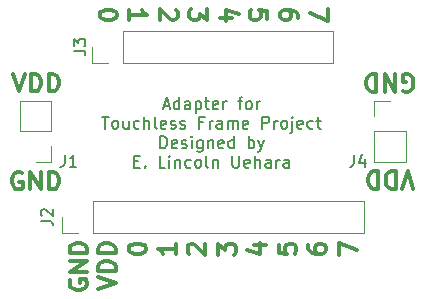
<source format=gbr>
%TF.GenerationSoftware,KiCad,Pcbnew,5.1.6-c6e7f7d~87~ubuntu18.04.1*%
%TF.CreationDate,2020-08-12T00:36:41-03:00*%
%TF.ProjectId,tfAdapter_V1,74664164-6170-4746-9572-5f56312e6b69,rev?*%
%TF.SameCoordinates,Original*%
%TF.FileFunction,Legend,Top*%
%TF.FilePolarity,Positive*%
%FSLAX46Y46*%
G04 Gerber Fmt 4.6, Leading zero omitted, Abs format (unit mm)*
G04 Created by KiCad (PCBNEW 5.1.6-c6e7f7d~87~ubuntu18.04.1) date 2020-08-12 00:36:41*
%MOMM*%
%LPD*%
G01*
G04 APERTURE LIST*
%ADD10C,0.150000*%
%ADD11C,0.300000*%
%ADD12C,0.120000*%
G04 APERTURE END LIST*
D10*
X148852380Y-96791666D02*
X149328571Y-96791666D01*
X148757142Y-97077380D02*
X149090476Y-96077380D01*
X149423809Y-97077380D01*
X150185714Y-97077380D02*
X150185714Y-96077380D01*
X150185714Y-97029761D02*
X150090476Y-97077380D01*
X149900000Y-97077380D01*
X149804761Y-97029761D01*
X149757142Y-96982142D01*
X149709523Y-96886904D01*
X149709523Y-96601190D01*
X149757142Y-96505952D01*
X149804761Y-96458333D01*
X149900000Y-96410714D01*
X150090476Y-96410714D01*
X150185714Y-96458333D01*
X151090476Y-97077380D02*
X151090476Y-96553571D01*
X151042857Y-96458333D01*
X150947619Y-96410714D01*
X150757142Y-96410714D01*
X150661904Y-96458333D01*
X151090476Y-97029761D02*
X150995238Y-97077380D01*
X150757142Y-97077380D01*
X150661904Y-97029761D01*
X150614285Y-96934523D01*
X150614285Y-96839285D01*
X150661904Y-96744047D01*
X150757142Y-96696428D01*
X150995238Y-96696428D01*
X151090476Y-96648809D01*
X151566666Y-96410714D02*
X151566666Y-97410714D01*
X151566666Y-96458333D02*
X151661904Y-96410714D01*
X151852380Y-96410714D01*
X151947619Y-96458333D01*
X151995238Y-96505952D01*
X152042857Y-96601190D01*
X152042857Y-96886904D01*
X151995238Y-96982142D01*
X151947619Y-97029761D01*
X151852380Y-97077380D01*
X151661904Y-97077380D01*
X151566666Y-97029761D01*
X152328571Y-96410714D02*
X152709523Y-96410714D01*
X152471428Y-96077380D02*
X152471428Y-96934523D01*
X152519047Y-97029761D01*
X152614285Y-97077380D01*
X152709523Y-97077380D01*
X153423809Y-97029761D02*
X153328571Y-97077380D01*
X153138095Y-97077380D01*
X153042857Y-97029761D01*
X152995238Y-96934523D01*
X152995238Y-96553571D01*
X153042857Y-96458333D01*
X153138095Y-96410714D01*
X153328571Y-96410714D01*
X153423809Y-96458333D01*
X153471428Y-96553571D01*
X153471428Y-96648809D01*
X152995238Y-96744047D01*
X153900000Y-97077380D02*
X153900000Y-96410714D01*
X153900000Y-96601190D02*
X153947619Y-96505952D01*
X153995238Y-96458333D01*
X154090476Y-96410714D01*
X154185714Y-96410714D01*
X155138095Y-96410714D02*
X155519047Y-96410714D01*
X155280952Y-97077380D02*
X155280952Y-96220238D01*
X155328571Y-96125000D01*
X155423809Y-96077380D01*
X155519047Y-96077380D01*
X155995238Y-97077380D02*
X155900000Y-97029761D01*
X155852380Y-96982142D01*
X155804761Y-96886904D01*
X155804761Y-96601190D01*
X155852380Y-96505952D01*
X155900000Y-96458333D01*
X155995238Y-96410714D01*
X156138095Y-96410714D01*
X156233333Y-96458333D01*
X156280952Y-96505952D01*
X156328571Y-96601190D01*
X156328571Y-96886904D01*
X156280952Y-96982142D01*
X156233333Y-97029761D01*
X156138095Y-97077380D01*
X155995238Y-97077380D01*
X156757142Y-97077380D02*
X156757142Y-96410714D01*
X156757142Y-96601190D02*
X156804761Y-96505952D01*
X156852380Y-96458333D01*
X156947619Y-96410714D01*
X157042857Y-96410714D01*
X143638095Y-97727380D02*
X144209523Y-97727380D01*
X143923809Y-98727380D02*
X143923809Y-97727380D01*
X144685714Y-98727380D02*
X144590476Y-98679761D01*
X144542857Y-98632142D01*
X144495238Y-98536904D01*
X144495238Y-98251190D01*
X144542857Y-98155952D01*
X144590476Y-98108333D01*
X144685714Y-98060714D01*
X144828571Y-98060714D01*
X144923809Y-98108333D01*
X144971428Y-98155952D01*
X145019047Y-98251190D01*
X145019047Y-98536904D01*
X144971428Y-98632142D01*
X144923809Y-98679761D01*
X144828571Y-98727380D01*
X144685714Y-98727380D01*
X145876190Y-98060714D02*
X145876190Y-98727380D01*
X145447619Y-98060714D02*
X145447619Y-98584523D01*
X145495238Y-98679761D01*
X145590476Y-98727380D01*
X145733333Y-98727380D01*
X145828571Y-98679761D01*
X145876190Y-98632142D01*
X146780952Y-98679761D02*
X146685714Y-98727380D01*
X146495238Y-98727380D01*
X146400000Y-98679761D01*
X146352380Y-98632142D01*
X146304761Y-98536904D01*
X146304761Y-98251190D01*
X146352380Y-98155952D01*
X146400000Y-98108333D01*
X146495238Y-98060714D01*
X146685714Y-98060714D01*
X146780952Y-98108333D01*
X147209523Y-98727380D02*
X147209523Y-97727380D01*
X147638095Y-98727380D02*
X147638095Y-98203571D01*
X147590476Y-98108333D01*
X147495238Y-98060714D01*
X147352380Y-98060714D01*
X147257142Y-98108333D01*
X147209523Y-98155952D01*
X148257142Y-98727380D02*
X148161904Y-98679761D01*
X148114285Y-98584523D01*
X148114285Y-97727380D01*
X149019047Y-98679761D02*
X148923809Y-98727380D01*
X148733333Y-98727380D01*
X148638095Y-98679761D01*
X148590476Y-98584523D01*
X148590476Y-98203571D01*
X148638095Y-98108333D01*
X148733333Y-98060714D01*
X148923809Y-98060714D01*
X149019047Y-98108333D01*
X149066666Y-98203571D01*
X149066666Y-98298809D01*
X148590476Y-98394047D01*
X149447619Y-98679761D02*
X149542857Y-98727380D01*
X149733333Y-98727380D01*
X149828571Y-98679761D01*
X149876190Y-98584523D01*
X149876190Y-98536904D01*
X149828571Y-98441666D01*
X149733333Y-98394047D01*
X149590476Y-98394047D01*
X149495238Y-98346428D01*
X149447619Y-98251190D01*
X149447619Y-98203571D01*
X149495238Y-98108333D01*
X149590476Y-98060714D01*
X149733333Y-98060714D01*
X149828571Y-98108333D01*
X150257142Y-98679761D02*
X150352380Y-98727380D01*
X150542857Y-98727380D01*
X150638095Y-98679761D01*
X150685714Y-98584523D01*
X150685714Y-98536904D01*
X150638095Y-98441666D01*
X150542857Y-98394047D01*
X150400000Y-98394047D01*
X150304761Y-98346428D01*
X150257142Y-98251190D01*
X150257142Y-98203571D01*
X150304761Y-98108333D01*
X150400000Y-98060714D01*
X150542857Y-98060714D01*
X150638095Y-98108333D01*
X152209523Y-98203571D02*
X151876190Y-98203571D01*
X151876190Y-98727380D02*
X151876190Y-97727380D01*
X152352380Y-97727380D01*
X152733333Y-98727380D02*
X152733333Y-98060714D01*
X152733333Y-98251190D02*
X152780952Y-98155952D01*
X152828571Y-98108333D01*
X152923809Y-98060714D01*
X153019047Y-98060714D01*
X153780952Y-98727380D02*
X153780952Y-98203571D01*
X153733333Y-98108333D01*
X153638095Y-98060714D01*
X153447619Y-98060714D01*
X153352380Y-98108333D01*
X153780952Y-98679761D02*
X153685714Y-98727380D01*
X153447619Y-98727380D01*
X153352380Y-98679761D01*
X153304761Y-98584523D01*
X153304761Y-98489285D01*
X153352380Y-98394047D01*
X153447619Y-98346428D01*
X153685714Y-98346428D01*
X153780952Y-98298809D01*
X154257142Y-98727380D02*
X154257142Y-98060714D01*
X154257142Y-98155952D02*
X154304761Y-98108333D01*
X154400000Y-98060714D01*
X154542857Y-98060714D01*
X154638095Y-98108333D01*
X154685714Y-98203571D01*
X154685714Y-98727380D01*
X154685714Y-98203571D02*
X154733333Y-98108333D01*
X154828571Y-98060714D01*
X154971428Y-98060714D01*
X155066666Y-98108333D01*
X155114285Y-98203571D01*
X155114285Y-98727380D01*
X155971428Y-98679761D02*
X155876190Y-98727380D01*
X155685714Y-98727380D01*
X155590476Y-98679761D01*
X155542857Y-98584523D01*
X155542857Y-98203571D01*
X155590476Y-98108333D01*
X155685714Y-98060714D01*
X155876190Y-98060714D01*
X155971428Y-98108333D01*
X156019047Y-98203571D01*
X156019047Y-98298809D01*
X155542857Y-98394047D01*
X157209523Y-98727380D02*
X157209523Y-97727380D01*
X157590476Y-97727380D01*
X157685714Y-97775000D01*
X157733333Y-97822619D01*
X157780952Y-97917857D01*
X157780952Y-98060714D01*
X157733333Y-98155952D01*
X157685714Y-98203571D01*
X157590476Y-98251190D01*
X157209523Y-98251190D01*
X158209523Y-98727380D02*
X158209523Y-98060714D01*
X158209523Y-98251190D02*
X158257142Y-98155952D01*
X158304761Y-98108333D01*
X158400000Y-98060714D01*
X158495238Y-98060714D01*
X158971428Y-98727380D02*
X158876190Y-98679761D01*
X158828571Y-98632142D01*
X158780952Y-98536904D01*
X158780952Y-98251190D01*
X158828571Y-98155952D01*
X158876190Y-98108333D01*
X158971428Y-98060714D01*
X159114285Y-98060714D01*
X159209523Y-98108333D01*
X159257142Y-98155952D01*
X159304761Y-98251190D01*
X159304761Y-98536904D01*
X159257142Y-98632142D01*
X159209523Y-98679761D01*
X159114285Y-98727380D01*
X158971428Y-98727380D01*
X159733333Y-98060714D02*
X159733333Y-98917857D01*
X159685714Y-99013095D01*
X159590476Y-99060714D01*
X159542857Y-99060714D01*
X159733333Y-97727380D02*
X159685714Y-97775000D01*
X159733333Y-97822619D01*
X159780952Y-97775000D01*
X159733333Y-97727380D01*
X159733333Y-97822619D01*
X160590476Y-98679761D02*
X160495238Y-98727380D01*
X160304761Y-98727380D01*
X160209523Y-98679761D01*
X160161904Y-98584523D01*
X160161904Y-98203571D01*
X160209523Y-98108333D01*
X160304761Y-98060714D01*
X160495238Y-98060714D01*
X160590476Y-98108333D01*
X160638095Y-98203571D01*
X160638095Y-98298809D01*
X160161904Y-98394047D01*
X161495238Y-98679761D02*
X161400000Y-98727380D01*
X161209523Y-98727380D01*
X161114285Y-98679761D01*
X161066666Y-98632142D01*
X161019047Y-98536904D01*
X161019047Y-98251190D01*
X161066666Y-98155952D01*
X161114285Y-98108333D01*
X161209523Y-98060714D01*
X161400000Y-98060714D01*
X161495238Y-98108333D01*
X161780952Y-98060714D02*
X162161904Y-98060714D01*
X161923809Y-97727380D02*
X161923809Y-98584523D01*
X161971428Y-98679761D01*
X162066666Y-98727380D01*
X162161904Y-98727380D01*
X148566666Y-100377380D02*
X148566666Y-99377380D01*
X148804761Y-99377380D01*
X148947619Y-99425000D01*
X149042857Y-99520238D01*
X149090476Y-99615476D01*
X149138095Y-99805952D01*
X149138095Y-99948809D01*
X149090476Y-100139285D01*
X149042857Y-100234523D01*
X148947619Y-100329761D01*
X148804761Y-100377380D01*
X148566666Y-100377380D01*
X149947619Y-100329761D02*
X149852380Y-100377380D01*
X149661904Y-100377380D01*
X149566666Y-100329761D01*
X149519047Y-100234523D01*
X149519047Y-99853571D01*
X149566666Y-99758333D01*
X149661904Y-99710714D01*
X149852380Y-99710714D01*
X149947619Y-99758333D01*
X149995238Y-99853571D01*
X149995238Y-99948809D01*
X149519047Y-100044047D01*
X150376190Y-100329761D02*
X150471428Y-100377380D01*
X150661904Y-100377380D01*
X150757142Y-100329761D01*
X150804761Y-100234523D01*
X150804761Y-100186904D01*
X150757142Y-100091666D01*
X150661904Y-100044047D01*
X150519047Y-100044047D01*
X150423809Y-99996428D01*
X150376190Y-99901190D01*
X150376190Y-99853571D01*
X150423809Y-99758333D01*
X150519047Y-99710714D01*
X150661904Y-99710714D01*
X150757142Y-99758333D01*
X151233333Y-100377380D02*
X151233333Y-99710714D01*
X151233333Y-99377380D02*
X151185714Y-99425000D01*
X151233333Y-99472619D01*
X151280952Y-99425000D01*
X151233333Y-99377380D01*
X151233333Y-99472619D01*
X152138095Y-99710714D02*
X152138095Y-100520238D01*
X152090476Y-100615476D01*
X152042857Y-100663095D01*
X151947619Y-100710714D01*
X151804761Y-100710714D01*
X151709523Y-100663095D01*
X152138095Y-100329761D02*
X152042857Y-100377380D01*
X151852380Y-100377380D01*
X151757142Y-100329761D01*
X151709523Y-100282142D01*
X151661904Y-100186904D01*
X151661904Y-99901190D01*
X151709523Y-99805952D01*
X151757142Y-99758333D01*
X151852380Y-99710714D01*
X152042857Y-99710714D01*
X152138095Y-99758333D01*
X152614285Y-99710714D02*
X152614285Y-100377380D01*
X152614285Y-99805952D02*
X152661904Y-99758333D01*
X152757142Y-99710714D01*
X152900000Y-99710714D01*
X152995238Y-99758333D01*
X153042857Y-99853571D01*
X153042857Y-100377380D01*
X153900000Y-100329761D02*
X153804761Y-100377380D01*
X153614285Y-100377380D01*
X153519047Y-100329761D01*
X153471428Y-100234523D01*
X153471428Y-99853571D01*
X153519047Y-99758333D01*
X153614285Y-99710714D01*
X153804761Y-99710714D01*
X153900000Y-99758333D01*
X153947619Y-99853571D01*
X153947619Y-99948809D01*
X153471428Y-100044047D01*
X154804761Y-100377380D02*
X154804761Y-99377380D01*
X154804761Y-100329761D02*
X154709523Y-100377380D01*
X154519047Y-100377380D01*
X154423809Y-100329761D01*
X154376190Y-100282142D01*
X154328571Y-100186904D01*
X154328571Y-99901190D01*
X154376190Y-99805952D01*
X154423809Y-99758333D01*
X154519047Y-99710714D01*
X154709523Y-99710714D01*
X154804761Y-99758333D01*
X156042857Y-100377380D02*
X156042857Y-99377380D01*
X156042857Y-99758333D02*
X156138095Y-99710714D01*
X156328571Y-99710714D01*
X156423809Y-99758333D01*
X156471428Y-99805952D01*
X156519047Y-99901190D01*
X156519047Y-100186904D01*
X156471428Y-100282142D01*
X156423809Y-100329761D01*
X156328571Y-100377380D01*
X156138095Y-100377380D01*
X156042857Y-100329761D01*
X156852380Y-99710714D02*
X157090476Y-100377380D01*
X157328571Y-99710714D02*
X157090476Y-100377380D01*
X156995238Y-100615476D01*
X156947619Y-100663095D01*
X156852380Y-100710714D01*
X146376190Y-101503571D02*
X146709523Y-101503571D01*
X146852380Y-102027380D02*
X146376190Y-102027380D01*
X146376190Y-101027380D01*
X146852380Y-101027380D01*
X147280952Y-101932142D02*
X147328571Y-101979761D01*
X147280952Y-102027380D01*
X147233333Y-101979761D01*
X147280952Y-101932142D01*
X147280952Y-102027380D01*
X148995238Y-102027380D02*
X148519047Y-102027380D01*
X148519047Y-101027380D01*
X149328571Y-102027380D02*
X149328571Y-101360714D01*
X149328571Y-101027380D02*
X149280952Y-101075000D01*
X149328571Y-101122619D01*
X149376190Y-101075000D01*
X149328571Y-101027380D01*
X149328571Y-101122619D01*
X149804761Y-101360714D02*
X149804761Y-102027380D01*
X149804761Y-101455952D02*
X149852380Y-101408333D01*
X149947619Y-101360714D01*
X150090476Y-101360714D01*
X150185714Y-101408333D01*
X150233333Y-101503571D01*
X150233333Y-102027380D01*
X151138095Y-101979761D02*
X151042857Y-102027380D01*
X150852380Y-102027380D01*
X150757142Y-101979761D01*
X150709523Y-101932142D01*
X150661904Y-101836904D01*
X150661904Y-101551190D01*
X150709523Y-101455952D01*
X150757142Y-101408333D01*
X150852380Y-101360714D01*
X151042857Y-101360714D01*
X151138095Y-101408333D01*
X151709523Y-102027380D02*
X151614285Y-101979761D01*
X151566666Y-101932142D01*
X151519047Y-101836904D01*
X151519047Y-101551190D01*
X151566666Y-101455952D01*
X151614285Y-101408333D01*
X151709523Y-101360714D01*
X151852380Y-101360714D01*
X151947619Y-101408333D01*
X151995238Y-101455952D01*
X152042857Y-101551190D01*
X152042857Y-101836904D01*
X151995238Y-101932142D01*
X151947619Y-101979761D01*
X151852380Y-102027380D01*
X151709523Y-102027380D01*
X152614285Y-102027380D02*
X152519047Y-101979761D01*
X152471428Y-101884523D01*
X152471428Y-101027380D01*
X152995238Y-101360714D02*
X152995238Y-102027380D01*
X152995238Y-101455952D02*
X153042857Y-101408333D01*
X153138095Y-101360714D01*
X153280952Y-101360714D01*
X153376190Y-101408333D01*
X153423809Y-101503571D01*
X153423809Y-102027380D01*
X154661904Y-101027380D02*
X154661904Y-101836904D01*
X154709523Y-101932142D01*
X154757142Y-101979761D01*
X154852380Y-102027380D01*
X155042857Y-102027380D01*
X155138095Y-101979761D01*
X155185714Y-101932142D01*
X155233333Y-101836904D01*
X155233333Y-101027380D01*
X156090476Y-101979761D02*
X155995238Y-102027380D01*
X155804761Y-102027380D01*
X155709523Y-101979761D01*
X155661904Y-101884523D01*
X155661904Y-101503571D01*
X155709523Y-101408333D01*
X155804761Y-101360714D01*
X155995238Y-101360714D01*
X156090476Y-101408333D01*
X156138095Y-101503571D01*
X156138095Y-101598809D01*
X155661904Y-101694047D01*
X156566666Y-102027380D02*
X156566666Y-101027380D01*
X156995238Y-102027380D02*
X156995238Y-101503571D01*
X156947619Y-101408333D01*
X156852380Y-101360714D01*
X156709523Y-101360714D01*
X156614285Y-101408333D01*
X156566666Y-101455952D01*
X157899999Y-102027380D02*
X157899999Y-101503571D01*
X157852380Y-101408333D01*
X157757142Y-101360714D01*
X157566666Y-101360714D01*
X157471428Y-101408333D01*
X157899999Y-101979761D02*
X157804761Y-102027380D01*
X157566666Y-102027380D01*
X157471428Y-101979761D01*
X157423809Y-101884523D01*
X157423809Y-101789285D01*
X157471428Y-101694047D01*
X157566666Y-101646428D01*
X157804761Y-101646428D01*
X157899999Y-101598809D01*
X158376190Y-102027380D02*
X158376190Y-101360714D01*
X158376190Y-101551190D02*
X158423809Y-101455952D01*
X158471428Y-101408333D01*
X158566666Y-101360714D01*
X158661904Y-101360714D01*
X159423809Y-102027380D02*
X159423809Y-101503571D01*
X159376190Y-101408333D01*
X159280952Y-101360714D01*
X159090476Y-101360714D01*
X158995238Y-101408333D01*
X159423809Y-101979761D02*
X159328571Y-102027380D01*
X159090476Y-102027380D01*
X158995238Y-101979761D01*
X158947619Y-101884523D01*
X158947619Y-101789285D01*
X158995238Y-101694047D01*
X159090476Y-101646428D01*
X159328571Y-101646428D01*
X159423809Y-101598809D01*
D11*
X163678571Y-109400000D02*
X163678571Y-108400000D01*
X165178571Y-109042857D01*
X153478571Y-109400000D02*
X153478571Y-108471428D01*
X154050000Y-108971428D01*
X154050000Y-108757142D01*
X154121428Y-108614285D01*
X154192857Y-108542857D01*
X154335714Y-108471428D01*
X154692857Y-108471428D01*
X154835714Y-108542857D01*
X154907142Y-108614285D01*
X154978571Y-108757142D01*
X154978571Y-109185714D01*
X154907142Y-109328571D01*
X154835714Y-109400000D01*
X149878571Y-108471428D02*
X149878571Y-109328571D01*
X149878571Y-108900000D02*
X148378571Y-108900000D01*
X148592857Y-109042857D01*
X148735714Y-109185714D01*
X148807142Y-109328571D01*
X156478571Y-108614285D02*
X157478571Y-108614285D01*
X155907142Y-108971428D02*
X156978571Y-109328571D01*
X156978571Y-108400000D01*
X151021428Y-109328571D02*
X150950000Y-109257142D01*
X150878571Y-109114285D01*
X150878571Y-108757142D01*
X150950000Y-108614285D01*
X151021428Y-108542857D01*
X151164285Y-108471428D01*
X151307142Y-108471428D01*
X151521428Y-108542857D01*
X152378571Y-109400000D01*
X152378571Y-108471428D01*
X158578571Y-108542857D02*
X158578571Y-109257142D01*
X159292857Y-109328571D01*
X159221428Y-109257142D01*
X159150000Y-109114285D01*
X159150000Y-108757142D01*
X159221428Y-108614285D01*
X159292857Y-108542857D01*
X159435714Y-108471428D01*
X159792857Y-108471428D01*
X159935714Y-108542857D01*
X160007142Y-108614285D01*
X160078571Y-108757142D01*
X160078571Y-109114285D01*
X160007142Y-109257142D01*
X159935714Y-109328571D01*
X161078571Y-108614285D02*
X161078571Y-108900000D01*
X161150000Y-109042857D01*
X161221428Y-109114285D01*
X161435714Y-109257142D01*
X161721428Y-109328571D01*
X162292857Y-109328571D01*
X162435714Y-109257142D01*
X162507142Y-109185714D01*
X162578571Y-109042857D01*
X162578571Y-108757142D01*
X162507142Y-108614285D01*
X162435714Y-108542857D01*
X162292857Y-108471428D01*
X161935714Y-108471428D01*
X161792857Y-108542857D01*
X161721428Y-108614285D01*
X161650000Y-108757142D01*
X161650000Y-109042857D01*
X161721428Y-109185714D01*
X161792857Y-109257142D01*
X161935714Y-109328571D01*
X145878571Y-108971428D02*
X145878571Y-108828571D01*
X145950000Y-108685714D01*
X146021428Y-108614285D01*
X146164285Y-108542857D01*
X146450000Y-108471428D01*
X146807142Y-108471428D01*
X147092857Y-108542857D01*
X147235714Y-108614285D01*
X147307142Y-108685714D01*
X147378571Y-108828571D01*
X147378571Y-108971428D01*
X147307142Y-109114285D01*
X147235714Y-109185714D01*
X147092857Y-109257142D01*
X146807142Y-109328571D01*
X146450000Y-109328571D01*
X146164285Y-109257142D01*
X146021428Y-109185714D01*
X145950000Y-109114285D01*
X145878571Y-108971428D01*
X140950000Y-111542857D02*
X140878571Y-111685714D01*
X140878571Y-111900000D01*
X140950000Y-112114285D01*
X141092857Y-112257142D01*
X141235714Y-112328571D01*
X141521428Y-112400000D01*
X141735714Y-112400000D01*
X142021428Y-112328571D01*
X142164285Y-112257142D01*
X142307142Y-112114285D01*
X142378571Y-111900000D01*
X142378571Y-111757142D01*
X142307142Y-111542857D01*
X142235714Y-111471428D01*
X141735714Y-111471428D01*
X141735714Y-111757142D01*
X142378571Y-110828571D02*
X140878571Y-110828571D01*
X142378571Y-109971428D01*
X140878571Y-109971428D01*
X142378571Y-109257142D02*
X140878571Y-109257142D01*
X140878571Y-108900000D01*
X140950000Y-108685714D01*
X141092857Y-108542857D01*
X141235714Y-108471428D01*
X141521428Y-108400000D01*
X141735714Y-108400000D01*
X142021428Y-108471428D01*
X142164285Y-108542857D01*
X142307142Y-108685714D01*
X142378571Y-108900000D01*
X142378571Y-109257142D01*
X143278571Y-112300000D02*
X144778571Y-111800000D01*
X143278571Y-111300000D01*
X144778571Y-110800000D02*
X143278571Y-110800000D01*
X143278571Y-110442857D01*
X143350000Y-110228571D01*
X143492857Y-110085714D01*
X143635714Y-110014285D01*
X143921428Y-109942857D01*
X144135714Y-109942857D01*
X144421428Y-110014285D01*
X144564285Y-110085714D01*
X144707142Y-110228571D01*
X144778571Y-110442857D01*
X144778571Y-110800000D01*
X144778571Y-109300000D02*
X143278571Y-109300000D01*
X143278571Y-108942857D01*
X143350000Y-108728571D01*
X143492857Y-108585714D01*
X143635714Y-108514285D01*
X143921428Y-108442857D01*
X144135714Y-108442857D01*
X144421428Y-108514285D01*
X144564285Y-108585714D01*
X144707142Y-108728571D01*
X144778571Y-108942857D01*
X144778571Y-109300000D01*
X136100000Y-94078571D02*
X136600000Y-95578571D01*
X137100000Y-94078571D01*
X137600000Y-95578571D02*
X137600000Y-94078571D01*
X137957142Y-94078571D01*
X138171428Y-94150000D01*
X138314285Y-94292857D01*
X138385714Y-94435714D01*
X138457142Y-94721428D01*
X138457142Y-94935714D01*
X138385714Y-95221428D01*
X138314285Y-95364285D01*
X138171428Y-95507142D01*
X137957142Y-95578571D01*
X137600000Y-95578571D01*
X139100000Y-95578571D02*
X139100000Y-94078571D01*
X139457142Y-94078571D01*
X139671428Y-94150000D01*
X139814285Y-94292857D01*
X139885714Y-94435714D01*
X139957142Y-94721428D01*
X139957142Y-94935714D01*
X139885714Y-95221428D01*
X139814285Y-95364285D01*
X139671428Y-95507142D01*
X139457142Y-95578571D01*
X139100000Y-95578571D01*
X170000000Y-103821428D02*
X169500000Y-102321428D01*
X169000000Y-103821428D01*
X168500000Y-102321428D02*
X168500000Y-103821428D01*
X168142857Y-103821428D01*
X167928571Y-103750000D01*
X167785714Y-103607142D01*
X167714285Y-103464285D01*
X167642857Y-103178571D01*
X167642857Y-102964285D01*
X167714285Y-102678571D01*
X167785714Y-102535714D01*
X167928571Y-102392857D01*
X168142857Y-102321428D01*
X168500000Y-102321428D01*
X167000000Y-102321428D02*
X167000000Y-103821428D01*
X166642857Y-103821428D01*
X166428571Y-103750000D01*
X166285714Y-103607142D01*
X166214285Y-103464285D01*
X166142857Y-103178571D01*
X166142857Y-102964285D01*
X166214285Y-102678571D01*
X166285714Y-102535714D01*
X166428571Y-102392857D01*
X166642857Y-102321428D01*
X167000000Y-102321428D01*
X136857142Y-102450000D02*
X136714285Y-102378571D01*
X136500000Y-102378571D01*
X136285714Y-102450000D01*
X136142857Y-102592857D01*
X136071428Y-102735714D01*
X136000000Y-103021428D01*
X136000000Y-103235714D01*
X136071428Y-103521428D01*
X136142857Y-103664285D01*
X136285714Y-103807142D01*
X136500000Y-103878571D01*
X136642857Y-103878571D01*
X136857142Y-103807142D01*
X136928571Y-103735714D01*
X136928571Y-103235714D01*
X136642857Y-103235714D01*
X137571428Y-103878571D02*
X137571428Y-102378571D01*
X138428571Y-103878571D01*
X138428571Y-102378571D01*
X139142857Y-103878571D02*
X139142857Y-102378571D01*
X139500000Y-102378571D01*
X139714285Y-102450000D01*
X139857142Y-102592857D01*
X139928571Y-102735714D01*
X140000000Y-103021428D01*
X140000000Y-103235714D01*
X139928571Y-103521428D01*
X139857142Y-103664285D01*
X139714285Y-103807142D01*
X139500000Y-103878571D01*
X139142857Y-103878571D01*
X169142857Y-95550000D02*
X169285714Y-95621428D01*
X169500000Y-95621428D01*
X169714285Y-95550000D01*
X169857142Y-95407142D01*
X169928571Y-95264285D01*
X170000000Y-94978571D01*
X170000000Y-94764285D01*
X169928571Y-94478571D01*
X169857142Y-94335714D01*
X169714285Y-94192857D01*
X169500000Y-94121428D01*
X169357142Y-94121428D01*
X169142857Y-94192857D01*
X169071428Y-94264285D01*
X169071428Y-94764285D01*
X169357142Y-94764285D01*
X168428571Y-94121428D02*
X168428571Y-95621428D01*
X167571428Y-94121428D01*
X167571428Y-95621428D01*
X166857142Y-94121428D02*
X166857142Y-95621428D01*
X166500000Y-95621428D01*
X166285714Y-95550000D01*
X166142857Y-95407142D01*
X166071428Y-95264285D01*
X166000000Y-94978571D01*
X166000000Y-94764285D01*
X166071428Y-94478571D01*
X166142857Y-94335714D01*
X166285714Y-94192857D01*
X166500000Y-94121428D01*
X166857142Y-94121428D01*
X152521428Y-88600000D02*
X152521428Y-89528571D01*
X151950000Y-89028571D01*
X151950000Y-89242857D01*
X151878571Y-89385714D01*
X151807142Y-89457142D01*
X151664285Y-89528571D01*
X151307142Y-89528571D01*
X151164285Y-89457142D01*
X151092857Y-89385714D01*
X151021428Y-89242857D01*
X151021428Y-88814285D01*
X151092857Y-88671428D01*
X151164285Y-88600000D01*
X145921428Y-89528571D02*
X145921428Y-88671428D01*
X145921428Y-89100000D02*
X147421428Y-89100000D01*
X147207142Y-88957142D01*
X147064285Y-88814285D01*
X146992857Y-88671428D01*
X144921428Y-89028571D02*
X144921428Y-89171428D01*
X144850000Y-89314285D01*
X144778571Y-89385714D01*
X144635714Y-89457142D01*
X144350000Y-89528571D01*
X143992857Y-89528571D01*
X143707142Y-89457142D01*
X143564285Y-89385714D01*
X143492857Y-89314285D01*
X143421428Y-89171428D01*
X143421428Y-89028571D01*
X143492857Y-88885714D01*
X143564285Y-88814285D01*
X143707142Y-88742857D01*
X143992857Y-88671428D01*
X144350000Y-88671428D01*
X144635714Y-88742857D01*
X144778571Y-88814285D01*
X144850000Y-88885714D01*
X144921428Y-89028571D01*
X160221428Y-89385714D02*
X160221428Y-89100000D01*
X160150000Y-88957142D01*
X160078571Y-88885714D01*
X159864285Y-88742857D01*
X159578571Y-88671428D01*
X159007142Y-88671428D01*
X158864285Y-88742857D01*
X158792857Y-88814285D01*
X158721428Y-88957142D01*
X158721428Y-89242857D01*
X158792857Y-89385714D01*
X158864285Y-89457142D01*
X159007142Y-89528571D01*
X159364285Y-89528571D01*
X159507142Y-89457142D01*
X159578571Y-89385714D01*
X159650000Y-89242857D01*
X159650000Y-88957142D01*
X159578571Y-88814285D01*
X159507142Y-88742857D01*
X159364285Y-88671428D01*
X162721428Y-88600000D02*
X162721428Y-89600000D01*
X161221428Y-88957142D01*
X149878571Y-88671428D02*
X149950000Y-88742857D01*
X150021428Y-88885714D01*
X150021428Y-89242857D01*
X149950000Y-89385714D01*
X149878571Y-89457142D01*
X149735714Y-89528571D01*
X149592857Y-89528571D01*
X149378571Y-89457142D01*
X148521428Y-88600000D01*
X148521428Y-89528571D01*
X154621428Y-89385714D02*
X153621428Y-89385714D01*
X155192857Y-89028571D02*
X154121428Y-88671428D01*
X154121428Y-89600000D01*
X157621428Y-89457142D02*
X157621428Y-88742857D01*
X156907142Y-88671428D01*
X156978571Y-88742857D01*
X157050000Y-88885714D01*
X157050000Y-89242857D01*
X156978571Y-89385714D01*
X156907142Y-89457142D01*
X156764285Y-89528571D01*
X156407142Y-89528571D01*
X156264285Y-89457142D01*
X156192857Y-89385714D01*
X156121428Y-89242857D01*
X156121428Y-88885714D01*
X156192857Y-88742857D01*
X156264285Y-88671428D01*
D12*
%TO.C,J1*%
X139330000Y-96370000D02*
X136670000Y-96370000D01*
X139330000Y-98970000D02*
X139330000Y-96370000D01*
X136670000Y-98970000D02*
X136670000Y-96370000D01*
X139330000Y-98970000D02*
X136670000Y-98970000D01*
X139330000Y-100240000D02*
X139330000Y-101570000D01*
X139330000Y-101570000D02*
X138000000Y-101570000D01*
%TO.C,J2*%
X140270000Y-107530000D02*
X140270000Y-106200000D01*
X141600000Y-107530000D02*
X140270000Y-107530000D01*
X142870000Y-107530000D02*
X142870000Y-104870000D01*
X142870000Y-104870000D02*
X165790000Y-104870000D01*
X142870000Y-107530000D02*
X165790000Y-107530000D01*
X165790000Y-107530000D02*
X165790000Y-104870000D01*
%TO.C,J3*%
X142770000Y-93130000D02*
X142770000Y-91800000D01*
X144100000Y-93130000D02*
X142770000Y-93130000D01*
X145370000Y-93130000D02*
X145370000Y-90470000D01*
X145370000Y-90470000D02*
X163210000Y-90470000D01*
X145370000Y-93130000D02*
X163210000Y-93130000D01*
X163210000Y-93130000D02*
X163210000Y-90470000D01*
%TO.C,J4*%
X166670000Y-96370000D02*
X168000000Y-96370000D01*
X166670000Y-97700000D02*
X166670000Y-96370000D01*
X166670000Y-98970000D02*
X169330000Y-98970000D01*
X169330000Y-98970000D02*
X169330000Y-101570000D01*
X166670000Y-98970000D02*
X166670000Y-101570000D01*
X166670000Y-101570000D02*
X169330000Y-101570000D01*
%TO.C,J1*%
D10*
X140466666Y-100952380D02*
X140466666Y-101666666D01*
X140419047Y-101809523D01*
X140323809Y-101904761D01*
X140180952Y-101952380D01*
X140085714Y-101952380D01*
X141466666Y-101952380D02*
X140895238Y-101952380D01*
X141180952Y-101952380D02*
X141180952Y-100952380D01*
X141085714Y-101095238D01*
X140990476Y-101190476D01*
X140895238Y-101238095D01*
%TO.C,J2*%
X138452380Y-106533333D02*
X139166666Y-106533333D01*
X139309523Y-106580952D01*
X139404761Y-106676190D01*
X139452380Y-106819047D01*
X139452380Y-106914285D01*
X138547619Y-106104761D02*
X138500000Y-106057142D01*
X138452380Y-105961904D01*
X138452380Y-105723809D01*
X138500000Y-105628571D01*
X138547619Y-105580952D01*
X138642857Y-105533333D01*
X138738095Y-105533333D01*
X138880952Y-105580952D01*
X139452380Y-106152380D01*
X139452380Y-105533333D01*
%TO.C,J3*%
X141222380Y-92133333D02*
X141936666Y-92133333D01*
X142079523Y-92180952D01*
X142174761Y-92276190D01*
X142222380Y-92419047D01*
X142222380Y-92514285D01*
X141222380Y-91752380D02*
X141222380Y-91133333D01*
X141603333Y-91466666D01*
X141603333Y-91323809D01*
X141650952Y-91228571D01*
X141698571Y-91180952D01*
X141793809Y-91133333D01*
X142031904Y-91133333D01*
X142127142Y-91180952D01*
X142174761Y-91228571D01*
X142222380Y-91323809D01*
X142222380Y-91609523D01*
X142174761Y-91704761D01*
X142127142Y-91752380D01*
%TO.C,J4*%
X164966666Y-100952380D02*
X164966666Y-101666666D01*
X164919047Y-101809523D01*
X164823809Y-101904761D01*
X164680952Y-101952380D01*
X164585714Y-101952380D01*
X165871428Y-101285714D02*
X165871428Y-101952380D01*
X165633333Y-100904761D02*
X165395238Y-101619047D01*
X166014285Y-101619047D01*
%TD*%
M02*

</source>
